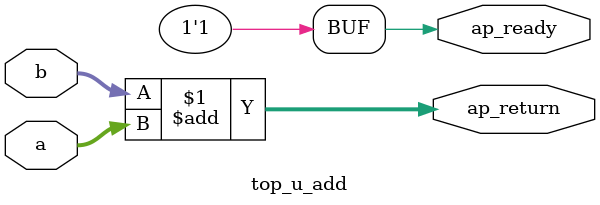
<source format=v>

`timescale 1 ns / 1 ps 

module top_u_add (
        ap_ready,
        a,
        b,
        ap_return
);


output   ap_ready;
input  [31:0] a;
input  [31:0] b;
output  [31:0] ap_return;

assign ap_ready = 1'b1;

assign ap_return = (b + a);

endmodule //top_u_add

</source>
